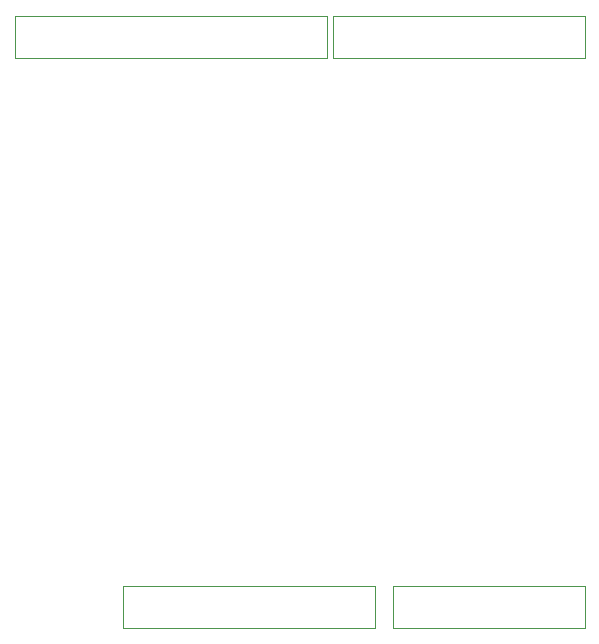
<source format=gbr>
%TF.GenerationSoftware,KiCad,Pcbnew,(7.0.0-0)*%
%TF.CreationDate,2023-08-03T18:37:04+02:00*%
%TF.ProjectId,flipperbrain-shield,666c6970-7065-4726-9272-61696e2d7368,rev?*%
%TF.SameCoordinates,Original*%
%TF.FileFunction,Other,User*%
%FSLAX46Y46*%
G04 Gerber Fmt 4.6, Leading zero omitted, Abs format (unit mm)*
G04 Created by KiCad (PCBNEW (7.0.0-0)) date 2023-08-03 18:37:04*
%MOMM*%
%LPD*%
G01*
G04 APERTURE LIST*
%ADD10C,0.050000*%
G04 APERTURE END LIST*
D10*
%TO.C,J3*%
X165300000Y-95660000D02*
X165300000Y-99260000D01*
X149000000Y-95660000D02*
X165300000Y-95660000D01*
X165300000Y-99260000D02*
X149000000Y-99260000D01*
X149000000Y-99260000D02*
X149000000Y-95660000D01*
%TO.C,J2*%
X143446000Y-47400000D02*
X143446000Y-51000000D01*
X116996000Y-47400000D02*
X143446000Y-47400000D01*
X143446000Y-51000000D02*
X116996000Y-51000000D01*
X116996000Y-51000000D02*
X116996000Y-47400000D01*
%TO.C,J4*%
X165270000Y-47400000D02*
X165270000Y-51000000D01*
X143920000Y-47400000D02*
X165270000Y-47400000D01*
X165270000Y-51000000D02*
X143920000Y-51000000D01*
X143920000Y-51000000D02*
X143920000Y-47400000D01*
%TO.C,J1*%
X147490000Y-95660000D02*
X147490000Y-99260000D01*
X126140000Y-95660000D02*
X147490000Y-95660000D01*
X147490000Y-99260000D02*
X126140000Y-99260000D01*
X126140000Y-99260000D02*
X126140000Y-95660000D01*
%TD*%
M02*

</source>
